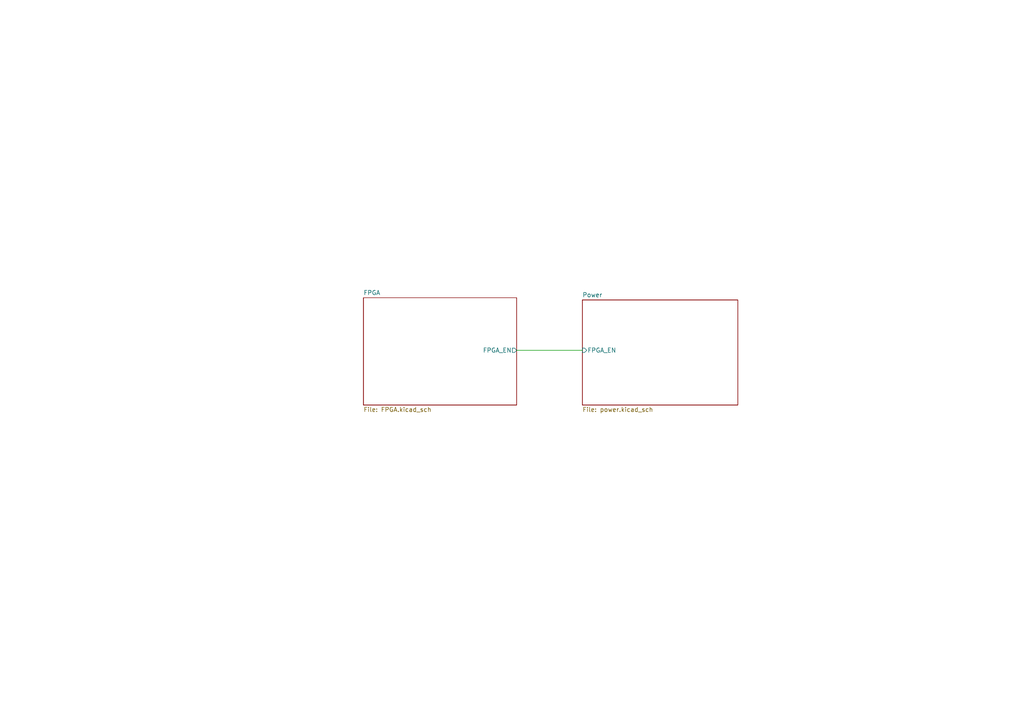
<source format=kicad_sch>
(kicad_sch
	(version 20250114)
	(generator "eeschema")
	(generator_version "9.0")
	(uuid "b75d5d5b-a423-49b6-bf7a-b3510d05dcb9")
	(paper "A4")
	(title_block
		(title "PICO2-NX Module")
		(rev "0.1")
		(company "tinyVision.ai Inc.")
	)
	(lib_symbols)
	(wire
		(pts
			(xy 149.86 101.6) (xy 168.91 101.6)
		)
		(stroke
			(width 0)
			(type default)
		)
		(uuid "dcecbc92-4918-4d4f-bebf-523472a523b9")
	)
	(sheet
		(at 105.41 86.36)
		(size 44.45 31.115)
		(exclude_from_sim no)
		(in_bom yes)
		(on_board yes)
		(dnp no)
		(fields_autoplaced yes)
		(stroke
			(width 0.1524)
			(type solid)
		)
		(fill
			(color 0 0 0 0.0000)
		)
		(uuid "1b67c31f-0685-4c48-8392-f0cedbea356b")
		(property "Sheetname" "FPGA"
			(at 105.41 85.6484 0)
			(effects
				(font
					(size 1.27 1.27)
				)
				(justify left bottom)
			)
		)
		(property "Sheetfile" "FPGA.kicad_sch"
			(at 105.41 118.0596 0)
			(effects
				(font
					(size 1.27 1.27)
				)
				(justify left top)
			)
		)
		(pin "FPGA_EN" output
			(at 149.86 101.6 0)
			(uuid "237c461c-b107-463b-82e7-ed5c3887bf87")
			(effects
				(font
					(size 1.27 1.27)
				)
				(justify right)
			)
		)
		(instances
			(project "pico2-nx-module"
				(path "/b75d5d5b-a423-49b6-bf7a-b3510d05dcb9"
					(page "3")
				)
			)
		)
	)
	(sheet
		(at 168.91 86.995)
		(size 45.085 30.48)
		(exclude_from_sim no)
		(in_bom yes)
		(on_board yes)
		(dnp no)
		(fields_autoplaced yes)
		(stroke
			(width 0.1524)
			(type solid)
		)
		(fill
			(color 0 0 0 0.0000)
		)
		(uuid "dc18adda-138b-4027-8fdc-bfe0ade6b406")
		(property "Sheetname" "Power"
			(at 168.91 86.2834 0)
			(effects
				(font
					(size 1.27 1.27)
				)
				(justify left bottom)
			)
		)
		(property "Sheetfile" "power.kicad_sch"
			(at 168.91 118.0596 0)
			(effects
				(font
					(size 1.27 1.27)
				)
				(justify left top)
			)
		)
		(pin "FPGA_EN" input
			(at 168.91 101.6 180)
			(uuid "1e50f7a2-43cb-4c20-890d-81ded176a749")
			(effects
				(font
					(size 1.27 1.27)
				)
				(justify left)
			)
		)
		(instances
			(project "pico2-nx-module"
				(path "/b75d5d5b-a423-49b6-bf7a-b3510d05dcb9"
					(page "2")
				)
			)
		)
	)
	(sheet_instances
		(path "/"
			(page "1")
		)
	)
	(embedded_fonts no)
)

</source>
